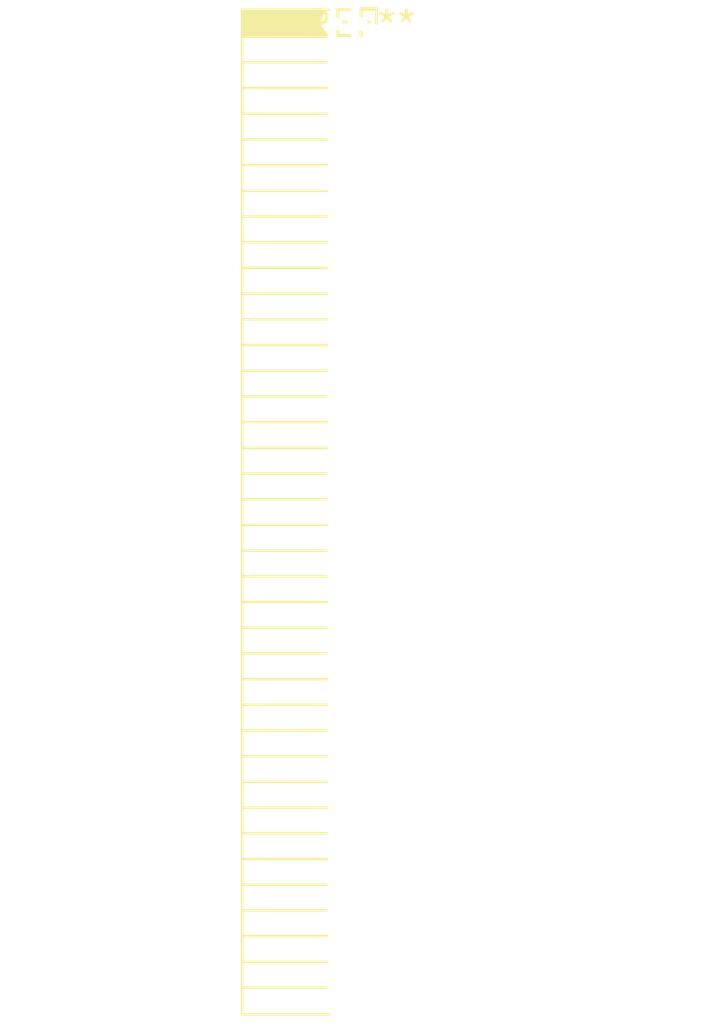
<source format=kicad_pcb>
(kicad_pcb (version 20240108) (generator pcbnew)
  (layers (0 "F.Cu" signal) (31 "B.Cu" signal) (34 "B.Paste" user) (35 "F.Paste" user) (36 "B.SilkS" user "B.Silkscreen") (37 "F.SilkS" user "F.Silkscreen") (38 "B.Mask" user) (39 "F.Mask" user) (44 "Edge.Cuts" user))
  (net 0 "")
  (footprint "PinSocket_2x39_P1.27mm_Horizontal" (layer "F.Cu") (at 0 0)
    (property "Reference" "REF**")
    (property "Value" "PinSocket_2x39_P1.27mm_Horizontal")
    (fp_line (start -5.88 -0.695) (end -5.88 48.955) (layer "F.SilkS") (stroke (width 0.12)))
    (fp_line (start -5.88 -0.695) (end -1.57753 -0.695) (layer "F.SilkS") (stroke (width 0.12)))
    (fp_line (start -5.88 -0.575) (end -1.766966 -0.575) (layer "F.SilkS") (stroke (width 0.12)))
    (fp_line (start -5.88 -0.465) (end -1.871145 -0.465) (layer "F.SilkS") (stroke (width 0.12)))
    (fp_line (start -5.88 -0.355) (end -1.941993 -0.355) (layer "F.SilkS") (stroke (width 0.12)))
    (fp_line (start -5.88 -0.245) (end -1.989427 -0.245) (layer "F.SilkS") (stroke (width 0.12)))
    (fp_line (start -5.88 -0.135) (end -2.017914 -0.135) (layer "F.SilkS") (stroke (width 0.12)))
    (fp_line (start -5.88 -0.025) (end -2.029589 -0.025) (layer "F.SilkS") (stroke (width 0.12)))
    (fp_line (start -5.88 0.085) (end -2.025232 0.085) (layer "F.SilkS") (stroke (width 0.12)))
    (fp_line (start -5.88 0.195) (end -2.004558 0.195) (layer "F.SilkS") (stroke (width 0.12)))
    (fp_line (start -5.88 0.305) (end -1.966114 0.305) (layer "F.SilkS") (stroke (width 0.12)))
    (fp_line (start -5.88 0.415) (end -1.906691 0.415) (layer "F.SilkS") (stroke (width 0.12)))
    (fp_line (start -5.88 0.525) (end -1.819523 0.525) (layer "F.SilkS") (stroke (width 0.12)))
    (fp_line (start -5.88 0.635) (end -1.687582 0.635) (layer "F.SilkS") (stroke (width 0.12)))
    (fp_line (start -5.88 1.905) (end -1.687582 1.905) (layer "F.SilkS") (stroke (width 0.12)))
    (fp_line (start -5.88 3.175) (end -1.687582 3.175) (layer "F.SilkS") (stroke (width 0.12)))
    (fp_line (start -5.88 4.445) (end -1.687582 4.445) (layer "F.SilkS") (stroke (width 0.12)))
    (fp_line (start -5.88 5.715) (end -1.687582 5.715) (layer "F.SilkS") (stroke (width 0.12)))
    (fp_line (start -5.88 6.985) (end -1.687582 6.985) (layer "F.SilkS") (stroke (width 0.12)))
    (fp_line (start -5.88 8.255) (end -1.687582 8.255) (layer "F.SilkS") (stroke (width 0.12)))
    (fp_line (start -5.88 9.525) (end -1.687582 9.525) (layer "F.SilkS") (stroke (width 0.12)))
    (fp_line (start -5.88 10.795) (end -1.687582 10.795) (layer "F.SilkS") (stroke (width 0.12)))
    (fp_line (start -5.88 12.065) (end -1.687582 12.065) (layer "F.SilkS") (stroke (width 0.12)))
    (fp_line (start -5.88 13.335) (end -1.687582 13.335) (layer "F.SilkS") (stroke (width 0.12)))
    (fp_line (start -5.88 14.605) (end -1.687582 14.605) (layer "F.SilkS") (stroke (width 0.12)))
    (fp_line (start -5.88 15.875) (end -1.687582 15.875) (layer "F.SilkS") (stroke (width 0.12)))
    (fp_line (start -5.88 17.145) (end -1.687582 17.145) (layer "F.SilkS") (stroke (width 0.12)))
    (fp_line (start -5.88 18.415) (end -1.687582 18.415) (layer "F.SilkS") (stroke (width 0.12)))
    (fp_line (start -5.88 19.685) (end -1.687582 19.685) (layer "F.SilkS") (stroke (width 0.12)))
    (fp_line (start -5.88 20.955) (end -1.687582 20.955) (layer "F.SilkS") (stroke (width 0.12)))
    (fp_line (start -5.88 22.225) (end -1.687582 22.225) (layer "F.SilkS") (stroke (width 0.12)))
    (fp_line (start -5.88 23.495) (end -1.687582 23.495) (layer "F.SilkS") (stroke (width 0.12)))
    (fp_line (start -5.88 24.765) (end -1.687582 24.765) (layer "F.SilkS") (stroke (width 0.12)))
    (fp_line (start -5.88 26.035) (end -1.687582 26.035) (layer "F.SilkS") (stroke (width 0.12)))
    (fp_line (start -5.88 27.305) (end -1.687582 27.305) (layer "F.SilkS") (stroke (width 0.12)))
    (fp_line (start -5.88 28.575) (end -1.687582 28.575) (layer "F.SilkS") (stroke (width 0.12)))
    (fp_line (start -5.88 29.845) (end -1.687582 29.845) (layer "F.SilkS") (stroke (width 0.12)))
    (fp_line (start -5.88 31.115) (end -1.687582 31.115) (layer "F.SilkS") (stroke (width 0.12)))
    (fp_line (start -5.88 32.385) (end -1.687582 32.385) (layer "F.SilkS") (stroke (width 0.12)))
    (fp_line (start -5.88 33.655) (end -1.687582 33.655) (layer "F.SilkS") (stroke (width 0.12)))
    (fp_line (start -5.88 34.925) (end -1.687582 34.925) (layer "F.SilkS") (stroke (width 0.12)))
    (fp_line (start -5.88 36.195) (end -1.687582 36.195) (layer "F.SilkS") (stroke (width 0.12)))
    (fp_line (start -5.88 37.465) (end -1.687582 37.465) (layer "F.SilkS") (stroke (width 0.12)))
    (fp_line (start -5.88 38.735) (end -1.687582 38.735) (layer "F.SilkS") (stroke (width 0.12)))
    (fp_line (start -5.88 40.005) (end -1.687582 40.005) (layer "F.SilkS") (stroke (width 0.12)))
    (fp_line (start -5.88 41.275) (end -1.687582 41.275) (layer "F.SilkS") (stroke (width 0.12)))
    (fp_line (start -5.88 42.545) (end -1.687582 42.545) (layer "F.SilkS") (stroke (width 0.12)))
    (fp_line (start -5.88 43.815) (end -1.687582 43.815) (layer "F.SilkS") (stroke (width 0.12)))
    (fp_line (start -5.88 45.085) (end -1.687582 45.085) (layer "F.SilkS") (stroke (width 0.12)))
    (fp_line (start -5.88 46.355) (end -1.687582 46.355) (layer "F.SilkS") (stroke (width 0.12)))
    (fp_line (start -5.88 47.625) (end -1.687582 47.625) (layer "F.SilkS") (stroke (width 0.12)))
    (fp_line (start -5.88 48.955) (end -1.57753 48.955) (layer "F.SilkS") (stroke (width 0.12)))
    (fp_line (start 0 -0.76) (end 0.76 -0.76) (layer "F.SilkS") (stroke (width 0.12)))
    (fp_line (start 0.76 -0.76) (end 0.76 0) (layer "F.SilkS") (stroke (width 0.12)))
    (pad "1" thru_hole rect (at 0 0) (size 1 1) (drill 0.65) (layers *.Cu *.Mask) (remove_unused_layers))
    (pad "2" thru_hole oval (at -1.27 0) (size 1 1) (drill 0.65) (layers *.Cu *.Mask) (remove_unused_layers))
    (pad "3" thru_hole oval (at 0 1.27) (size 1 1) (drill 0.65) (layers *.Cu *.Mask) (remove_unused_layers))
    (pad "4" thru_hole oval (at -1.27 1.27) (size 1 1) (drill 0.65) (layers *.Cu *.Mask) (remove_unused_layers))
    (pad "5" thru_hole oval (at 0 2.54) (size 1 1) (drill 0.65) (layers *.Cu *.Mask) (remove_unused_layers))
    (pad "6" thru_hole oval (at -1.27 2.54) (size 1 1) (drill 0.65) (layers *.Cu *.Mask) (remove_unused_layers))
    (pad "7" thru_hole oval (at 0 3.81) (size 1 1) (drill 0.65) (layers *.Cu *.Mask) (remove_unused_layers))
    (pad "8" thru_hole oval (at -1.27 3.81) (size 1 1) (drill 0.65) (layers *.Cu *.Mask) (remove_unused_layers))
    (pad "9" thru_hole oval (at 0 5.08) (size 1 1) (drill 0.65) (layers *.Cu *.Mask) (remove_unused_layers))
    (pad "10" thru_hole oval (at -1.27 5.08) (size 1 1) (drill 0.65) (layers *.Cu *.Mask) (remove_unused_layers))
    (pad "11" thru_hole oval (at 0 6.35) (size 1 1) (drill 0.65) (layers *.Cu *.Mask) (remove_unused_layers))
    (pad "12" thru_hole oval (at -1.27 6.35) (size 1 1) (drill 0.65) (layers *.Cu *.Mask) (remove_unused_layers))
    (pad "13" thru_hole oval (at 0 7.62) (size 1 1) (drill 0.65) (layers *.Cu *.Mask) (remove_unused_layers))
    (pad "14" thru_hole oval (at -1.27 7.62) (size 1 1) (drill 0.65) (layers *.Cu *.Mask) (remove_unused_layers))
    (pad "15" thru_hole oval (at 0 8.89) (size 1 1) (drill 0.65) (layers *.Cu *.Mask) (remove_unused_layers))
    (pad "16" thru_hole oval (at -1.27 8.89) (size 1 1) (drill 0.65) (layers *.Cu *.Mask) (remove_unused_layers))
    (pad "17" thru_hole oval (at 0 10.16) (size 1 1) (drill 0.65) (layers *.Cu *.Mask) (remove_unused_layers))
    (pad "18" thru_hole oval (at -1.27 10.16) (size 1 1) (drill 0.65) (layers *.Cu *.Mask) (remove_unused_layers))
    (pad "19" thru_hole oval (at 0 11.43) (size 1 1) (drill 0.65) (layers *.Cu *.Mask) (remove_unused_layers))
    (pad "20" thru_hole oval (at -1.27 11.43) (size 1 1) (drill 0.65) (layers *.Cu *.Mask) (remove_unused_layers))
    (pad "21" thru_hole oval (at 0 12.7) (size 1 1) (drill 0.65) (layers *.Cu *.Mask) (remove_unused_layers))
    (pad "22" thru_hole oval (at -1.27 12.7) (size 1 1) (drill 0.65) (layers *.Cu *.Mask) (remove_unused_layers))
    (pad "23" thru_hole oval (at 0 13.97) (size 1 1) (drill 0.65) (layers *.Cu *.Mask) (remove_unused_layers))
    (pad "24" thru_hole oval (at -1.27 13.97) (size 1 1) (drill 0.65) (layers *.Cu *.Mask) (remove_unused_layers))
    (pad "25" thru_hole oval (at 0 15.24) (size 1 1) (drill 0.65) (layers *.Cu *.Mask) (remove_unused_layers))
    (pad "26" thru_hole oval (at -1.27 15.24) (size 1 1) (drill 0.65) (layers *.Cu *.Mask) (remove_unused_layers))
    (pad "27" thru_hole oval (at 0 16.51) (size 1 1) (drill 0.65) (layers *.Cu *.Mask) (remove_unused_layers))
    (pad "28" thru_hole oval (at -1.27 16.51) (size 1 1) (drill 0.65) (layers *.Cu *.Mask) (remove_unused_layers))
    (pad "29" thru_hole oval (at 0 17.78) (size 1 1) (drill 0.65) (layers *.Cu *.Mask) (remove_unused_layers))
    (pad "30" thru_hole oval (at -1.27 17.78) (size 1 1) (drill 0.65) (layers *.Cu *.Mask) (remove_unused_layers))
    (pad "31" thru_hole oval (at 0 19.05) (size 1 1) (drill 0.65) (layers *.Cu *.Mask) (remove_unused_layers))
    (pad "32" thru_hole oval (at -1.27 19.05) (size 1 1) (drill 0.65) (layers *.Cu *.Mask) (remove_unused_layers))
    (pad "33" thru_hole oval (at 0 20.32) (size 1 1) (drill 0.65) (layers *.Cu *.Mask) (remove_unused_layers))
    (pad "34" thru_hole oval (at -1.27 20.32) (size 1 1) (drill 0.65) (layers *.Cu *.Mask) (remove_unused_layers))
    (pad "35" thru_hole oval (at 0 21.59) (size 1 1) (drill 0.65) (layers *.Cu *.Mask) (remove_unused_layers))
    (pad "36" thru_hole oval (at -1.27 21.59) (size 1 1) (drill 0.65) (layers *.Cu *.Mask) (remove_unused_layers))
    (pad "37" thru_hole oval (at 0 22.86) (size 1 1) (drill 0.65) (layers *.Cu *.Mask) (remove_unused_layers))
    (pad "38" thru_hole oval (at -1.27 22.86) (size 1 1) (drill 0.65) (layers *.Cu *.Mask) (remove_unused_layers))
    (pad "39" thru_hole oval (at 0 24.13) (size 1 1) (drill 0.65) (layers *.Cu *.Mask) (remove_unused_layers))
    (pad "40" thru_hole oval (at -1.27 24.13) (size 1 1) (drill 0.65) (layers *.Cu *.Mask) (remove_unused_layers))
    (pad "41" thru_hole oval (at 0 25.4) (size 1 1) (drill 0.65) (layers *.Cu *.Mask) (remove_unused_layers))
    (pad "42" thru_hole oval (at -1.27 25.4) (size 1 1) (drill 0.65) (layers *.Cu *.Mask) (remove_unused_layers))
    (pad "43" thru_hole oval (at 0 26.67) (size 1 1) (drill 0.65) (layers *.Cu *.Mask) (remove_unused_layers))
    (pad "44" thru_hole oval (at -1.27 26.67) (size 1 1) (drill 0.65) (layers *.Cu *.Mask) (remove_unused_layers))
    (pad "45" thru_hole oval (at 0 27.94) (size 1 1) (drill 0.65) (layers *.Cu *.Mask) (remove_unused_layers))
    (pad "46" thru_hole oval (at -1.27 27.94) (size 1 1) (drill 0.65) (layers *.Cu *.Mask) (remove_unused_layers))
    (pad "47" thru_hole oval (at 0 29.21) (size 1 1) (drill 0.65) (layers *.Cu *.Mask) (remove_unused_layers))
    (pad "48" thru_hole oval (at -1.27 29.21) (size 1 1) (drill 0.65) (layers *.Cu *.Mask) (remove_unused_layers))
    (pad "49" thru_hole oval (at 0 30.48) (size 1 1) (drill 0.65) (layers *.Cu *.Mask) (remove_unused_layers))
    (pad "50" thru_hole oval (at -1.27 30.48) (size 1 1) (drill 0.65) (layers *.Cu *.Mask) (remove_unused_layers))
    (pad "51" thru_hole oval (at 0 31.75) (size 1 1) (drill 0.65) (layers *.Cu *.Mask) (remove_unused_layers))
    (pad "52" thru_hole oval (at -1.27 31.75) (size 1 1) (drill 0.65) (layers *.Cu *.Mask) (remove_unused_layers))
    (pad "53" thru_hole oval (at 0 33.02) (size 1 1) (drill 0.65) (layers *.Cu *.Mask) (remove_unused_layers))
    (pad "54" thru_hole oval (at -1.27 33.02) (size 1 1) (drill 0.65) (layers *.Cu *.Mask) (remove_unused_layers))
    (pad "55" thru_hole oval (at 0 34.29) (size 1 1) (drill 0.65) (layers *.Cu *.Mask) (remove_unused_layers))
    (pad "56" thru_hole oval (at -1.27 34.29) (size 1 1) (drill 0.65) (layers *.Cu *.Mask) (remove_unused_layers))
    (pad "57" thru_hole oval (at 0 35.56) (size 1 1) (drill 0.65) (layers *.Cu *.Mask) (remove_unused_layers))
    (pad "58" thru_hole oval (at -1.27 35.56) (size 1 1) (drill 0.65) (layers *.Cu *.Mask) (remove_unused_layers))
    (pad "59" thru_hole oval (at 0 36.83) (size 1 1) (drill 0.65) (layers *.Cu *.Mask) (remove_unused_layers))
    (pad "60" thru_hole oval (at -1.27 36.83) (size 1 1) (drill 0.65) (layers *.Cu *.Mask) (remove_unused_layers))
    (pad "61" thru_hole oval (at 0 38.1) (size 1 1) (drill 0.65) (layers *.Cu *.Mask) (remove_unused_layers))
    (pad "62" thru_hole oval (at -1.27 38.1) (size 1 1) (drill 0.65) (layers *.Cu *.Mask) (remove_unused_layers))
    (pad "63" thru_hole oval (at 0 39.37) (size 1 1) (drill 0.65) (layers *.Cu *.Mask) (remove_unused_layers))
    (pad "64" thru_hole oval (at -1.27 39.37) (size 1 1) (drill 0.65) (layers *.Cu *.Mask) (remove_unused_layers))
    (pad "65" thru_hole oval (at 0 40.64) (size 1 1) (drill 0.65) (layers *.Cu *.Mask) (remove_unused_layers))
    (pad "66" thru_hole oval (at -1.27 40.64) (size 1 1) (drill 0.65) (layers *.Cu *.Mask) (remove_unused_layers))
    (pad "67" thru_hole oval (at 0 41.91) (size 1 1) (drill 0.65) (layers *.Cu *.Mask) (remove_unused_layers))
    (pad "68" thru_hole oval (at -1.27 41.91) (size 1 1) (drill 0.65) (layers *.Cu *.Mask) (remove_unused_layers))
    (pad "69" thru_hole oval (at 0 43.18) (size 1 1) (drill 0.65) (layers *.Cu *.Mask) (remove_unused_layers))
    (pad "70" thru_hole oval (at -1.27 43.18) (size 1 1) (drill 0.65) (layers *.Cu *.Mask) (remove_unused_layers))
    (pad "71" thru_hole oval (at 0 44.45) (size 1 1) (drill 0.65) (layers *.Cu *.Mask) (remove_unused_layers))
    (pad "72" thru_hole oval (at -1.27 44.45) (size 1 1) (drill 0.65) (layers *.Cu *.Mask) (remove_unused_layers))
    (pad "73" thru_hole oval (at 0 45.72) (size 1 1) (drill 0.65) (layers *.Cu *.Mask) (remove_unused_layers))
    (pad "74" thru_hole oval (at -1.27 45.72) (size 1 1) (drill 0.65) (layers *.Cu *.Mask) (remove_unused_layers))
    (pad "75" thru_hole oval (at 0 46.99) (size 1 1) (drill 0.65) (layers *.Cu *.Mask) (remove_unused_layers))
    (pad "76" thru_hole oval (at -1.27 46.99) (size 1 1) (drill 0.65) (layers *.Cu *.Mask) (remove_unused_layers))
    (pad "77" thru_hole oval (at 0 48.26) (size 1 1) (drill 0.65) (layers *.Cu *.Mask) (remove_unused_layers))
    (pad "78" thru_hole oval (at -1.27 48.26) (size 1 1) (drill 0.65) (layers *.Cu *.Mask) (remove_unused_layers))
  )
)
</source>
